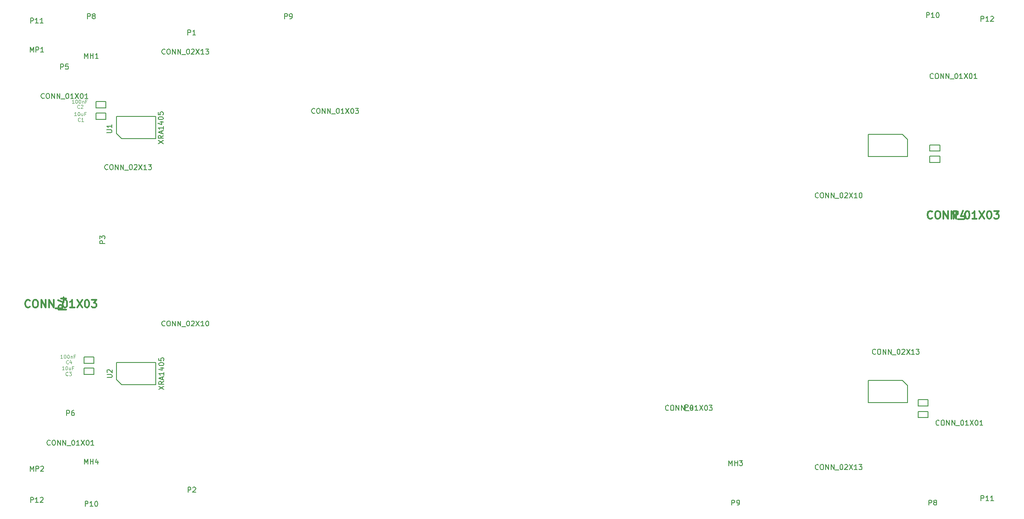
<source format=gbr>
G04 #@! TF.FileFunction,Other,Fab,Top*
%FSLAX46Y46*%
G04 Gerber Fmt 4.6, Leading zero omitted, Abs format (unit mm)*
G04 Created by KiCad (PCBNEW 4.0.5+dfsg1-4) date Tue Feb 27 09:26:50 2018*
%MOMM*%
%LPD*%
G01*
G04 APERTURE LIST*
%ADD10C,0.150000*%
%ADD11C,0.100000*%
%ADD12C,0.300000*%
G04 APERTURE END LIST*
D10*
X530900Y-95995600D02*
X530900Y-97245600D01*
X-1469100Y-95995600D02*
X530900Y-95995600D01*
X-1469100Y-97245600D02*
X-1469100Y-95995600D01*
X530900Y-97245600D02*
X-1469100Y-97245600D01*
X530900Y-98205400D02*
X530900Y-99455400D01*
X-1469100Y-98205400D02*
X530900Y-98205400D01*
X-1469100Y-99455400D02*
X-1469100Y-98205400D01*
X530900Y-99455400D02*
X-1469100Y-99455400D01*
X2893100Y-45297200D02*
X2893100Y-46547200D01*
X893100Y-45297200D02*
X2893100Y-45297200D01*
X893100Y-46547200D02*
X893100Y-45297200D01*
X2893100Y-46547200D02*
X893100Y-46547200D01*
X2893100Y-47595900D02*
X2893100Y-48845900D01*
X893100Y-47595900D02*
X2893100Y-47595900D01*
X893100Y-48845900D02*
X893100Y-47595900D01*
X2893100Y-48845900D02*
X893100Y-48845900D01*
X4965400Y-51668800D02*
X4965400Y-48268800D01*
X4965400Y-48268800D02*
X12765400Y-48268800D01*
X12765400Y-48268800D02*
X12765400Y-52668800D01*
X12765400Y-52668800D02*
X5965400Y-52668800D01*
X5965400Y-52668800D02*
X4965400Y-51668800D01*
X4965400Y-100500300D02*
X4965400Y-97100300D01*
X4965400Y-97100300D02*
X12765400Y-97100300D01*
X12765400Y-97100300D02*
X12765400Y-101500300D01*
X12765400Y-101500300D02*
X5965400Y-101500300D01*
X5965400Y-101500300D02*
X4965400Y-100500300D01*
X161965000Y-52837500D02*
X161965000Y-56237500D01*
X161965000Y-56237500D02*
X154165000Y-56237500D01*
X154165000Y-56237500D02*
X154165000Y-51837500D01*
X154165000Y-51837500D02*
X160965000Y-51837500D01*
X160965000Y-51837500D02*
X161965000Y-52837500D01*
X161965000Y-101669000D02*
X161965000Y-105069000D01*
X161965000Y-105069000D02*
X154165000Y-105069000D01*
X154165000Y-105069000D02*
X154165000Y-100669000D01*
X154165000Y-100669000D02*
X160965000Y-100669000D01*
X160965000Y-100669000D02*
X161965000Y-101669000D01*
X164037300Y-105741900D02*
X164037300Y-104491900D01*
X166037300Y-105741900D02*
X164037300Y-105741900D01*
X166037300Y-104491900D02*
X166037300Y-105741900D01*
X164037300Y-104491900D02*
X166037300Y-104491900D01*
X164037300Y-108040600D02*
X164037300Y-106790600D01*
X166037300Y-108040600D02*
X164037300Y-108040600D01*
X166037300Y-106790600D02*
X166037300Y-108040600D01*
X164037300Y-106790600D02*
X166037300Y-106790600D01*
X166399500Y-55132400D02*
X166399500Y-53882400D01*
X168399500Y-55132400D02*
X166399500Y-55132400D01*
X168399500Y-53882400D02*
X168399500Y-55132400D01*
X166399500Y-53882400D02*
X168399500Y-53882400D01*
X166399500Y-57342200D02*
X166399500Y-56092200D01*
X168399500Y-57342200D02*
X166399500Y-57342200D01*
X168399500Y-56092200D02*
X168399500Y-57342200D01*
X166399500Y-56092200D02*
X168399500Y-56092200D01*
D11*
X-4573566Y-97277000D02*
X-4606900Y-97310333D01*
X-4706900Y-97343667D01*
X-4773566Y-97343667D01*
X-4873566Y-97310333D01*
X-4940233Y-97243667D01*
X-4973566Y-97177000D01*
X-5006900Y-97043667D01*
X-5006900Y-96943667D01*
X-4973566Y-96810333D01*
X-4940233Y-96743667D01*
X-4873566Y-96677000D01*
X-4773566Y-96643667D01*
X-4706900Y-96643667D01*
X-4606900Y-96677000D01*
X-4573566Y-96710333D01*
X-3973566Y-96877000D02*
X-3973566Y-97343667D01*
X-4140233Y-96610333D02*
X-4306900Y-97110333D01*
X-3873566Y-97110333D01*
X-5730734Y-96264167D02*
X-6130734Y-96264167D01*
X-5930734Y-96264167D02*
X-5930734Y-95564167D01*
X-5997400Y-95664167D01*
X-6064067Y-95730833D01*
X-6130734Y-95764167D01*
X-5297400Y-95564167D02*
X-5230733Y-95564167D01*
X-5164067Y-95597500D01*
X-5130733Y-95630833D01*
X-5097400Y-95697500D01*
X-5064067Y-95830833D01*
X-5064067Y-95997500D01*
X-5097400Y-96130833D01*
X-5130733Y-96197500D01*
X-5164067Y-96230833D01*
X-5230733Y-96264167D01*
X-5297400Y-96264167D01*
X-5364067Y-96230833D01*
X-5397400Y-96197500D01*
X-5430733Y-96130833D01*
X-5464067Y-95997500D01*
X-5464067Y-95830833D01*
X-5430733Y-95697500D01*
X-5397400Y-95630833D01*
X-5364067Y-95597500D01*
X-5297400Y-95564167D01*
X-4630733Y-95564167D02*
X-4564066Y-95564167D01*
X-4497400Y-95597500D01*
X-4464066Y-95630833D01*
X-4430733Y-95697500D01*
X-4397400Y-95830833D01*
X-4397400Y-95997500D01*
X-4430733Y-96130833D01*
X-4464066Y-96197500D01*
X-4497400Y-96230833D01*
X-4564066Y-96264167D01*
X-4630733Y-96264167D01*
X-4697400Y-96230833D01*
X-4730733Y-96197500D01*
X-4764066Y-96130833D01*
X-4797400Y-95997500D01*
X-4797400Y-95830833D01*
X-4764066Y-95697500D01*
X-4730733Y-95630833D01*
X-4697400Y-95597500D01*
X-4630733Y-95564167D01*
X-4097399Y-95797500D02*
X-4097399Y-96264167D01*
X-4097399Y-95864167D02*
X-4064066Y-95830833D01*
X-3997399Y-95797500D01*
X-3897399Y-95797500D01*
X-3830733Y-95830833D01*
X-3797399Y-95897500D01*
X-3797399Y-96264167D01*
X-3230733Y-95897500D02*
X-3464066Y-95897500D01*
X-3464066Y-96264167D02*
X-3464066Y-95564167D01*
X-3130733Y-95564167D01*
X-4662466Y-99613800D02*
X-4695800Y-99647133D01*
X-4795800Y-99680467D01*
X-4862466Y-99680467D01*
X-4962466Y-99647133D01*
X-5029133Y-99580467D01*
X-5062466Y-99513800D01*
X-5095800Y-99380467D01*
X-5095800Y-99280467D01*
X-5062466Y-99147133D01*
X-5029133Y-99080467D01*
X-4962466Y-99013800D01*
X-4862466Y-98980467D01*
X-4795800Y-98980467D01*
X-4695800Y-99013800D01*
X-4662466Y-99047133D01*
X-4429133Y-98980467D02*
X-3995800Y-98980467D01*
X-4229133Y-99247133D01*
X-4129133Y-99247133D01*
X-4062466Y-99280467D01*
X-4029133Y-99313800D01*
X-3995800Y-99380467D01*
X-3995800Y-99547133D01*
X-4029133Y-99613800D01*
X-4062466Y-99647133D01*
X-4129133Y-99680467D01*
X-4329133Y-99680467D01*
X-4395800Y-99647133D01*
X-4429133Y-99613800D01*
X-5397400Y-98562867D02*
X-5797400Y-98562867D01*
X-5597400Y-98562867D02*
X-5597400Y-97862867D01*
X-5664066Y-97962867D01*
X-5730733Y-98029533D01*
X-5797400Y-98062867D01*
X-4964066Y-97862867D02*
X-4897399Y-97862867D01*
X-4830733Y-97896200D01*
X-4797399Y-97929533D01*
X-4764066Y-97996200D01*
X-4730733Y-98129533D01*
X-4730733Y-98296200D01*
X-4764066Y-98429533D01*
X-4797399Y-98496200D01*
X-4830733Y-98529533D01*
X-4897399Y-98562867D01*
X-4964066Y-98562867D01*
X-5030733Y-98529533D01*
X-5064066Y-98496200D01*
X-5097399Y-98429533D01*
X-5130733Y-98296200D01*
X-5130733Y-98129533D01*
X-5097399Y-97996200D01*
X-5064066Y-97929533D01*
X-5030733Y-97896200D01*
X-4964066Y-97862867D01*
X-4130732Y-98096200D02*
X-4130732Y-98562867D01*
X-4430732Y-98096200D02*
X-4430732Y-98462867D01*
X-4397399Y-98529533D01*
X-4330732Y-98562867D01*
X-4230732Y-98562867D01*
X-4164066Y-98529533D01*
X-4130732Y-98496200D01*
X-3564066Y-98196200D02*
X-3797399Y-98196200D01*
X-3797399Y-98562867D02*
X-3797399Y-97862867D01*
X-3464066Y-97862867D01*
X-2338366Y-46578600D02*
X-2371700Y-46611933D01*
X-2471700Y-46645267D01*
X-2538366Y-46645267D01*
X-2638366Y-46611933D01*
X-2705033Y-46545267D01*
X-2738366Y-46478600D01*
X-2771700Y-46345267D01*
X-2771700Y-46245267D01*
X-2738366Y-46111933D01*
X-2705033Y-46045267D01*
X-2638366Y-45978600D01*
X-2538366Y-45945267D01*
X-2471700Y-45945267D01*
X-2371700Y-45978600D01*
X-2338366Y-46011933D01*
X-2071700Y-46011933D02*
X-2038366Y-45978600D01*
X-1971700Y-45945267D01*
X-1805033Y-45945267D01*
X-1738366Y-45978600D01*
X-1705033Y-46011933D01*
X-1671700Y-46078600D01*
X-1671700Y-46145267D01*
X-1705033Y-46245267D01*
X-2105033Y-46645267D01*
X-1671700Y-46645267D01*
X-3419334Y-45629267D02*
X-3819334Y-45629267D01*
X-3619334Y-45629267D02*
X-3619334Y-44929267D01*
X-3686000Y-45029267D01*
X-3752667Y-45095933D01*
X-3819334Y-45129267D01*
X-2986000Y-44929267D02*
X-2919333Y-44929267D01*
X-2852667Y-44962600D01*
X-2819333Y-44995933D01*
X-2786000Y-45062600D01*
X-2752667Y-45195933D01*
X-2752667Y-45362600D01*
X-2786000Y-45495933D01*
X-2819333Y-45562600D01*
X-2852667Y-45595933D01*
X-2919333Y-45629267D01*
X-2986000Y-45629267D01*
X-3052667Y-45595933D01*
X-3086000Y-45562600D01*
X-3119333Y-45495933D01*
X-3152667Y-45362600D01*
X-3152667Y-45195933D01*
X-3119333Y-45062600D01*
X-3086000Y-44995933D01*
X-3052667Y-44962600D01*
X-2986000Y-44929267D01*
X-2319333Y-44929267D02*
X-2252666Y-44929267D01*
X-2186000Y-44962600D01*
X-2152666Y-44995933D01*
X-2119333Y-45062600D01*
X-2086000Y-45195933D01*
X-2086000Y-45362600D01*
X-2119333Y-45495933D01*
X-2152666Y-45562600D01*
X-2186000Y-45595933D01*
X-2252666Y-45629267D01*
X-2319333Y-45629267D01*
X-2386000Y-45595933D01*
X-2419333Y-45562600D01*
X-2452666Y-45495933D01*
X-2486000Y-45362600D01*
X-2486000Y-45195933D01*
X-2452666Y-45062600D01*
X-2419333Y-44995933D01*
X-2386000Y-44962600D01*
X-2319333Y-44929267D01*
X-1785999Y-45162600D02*
X-1785999Y-45629267D01*
X-1785999Y-45229267D02*
X-1752666Y-45195933D01*
X-1685999Y-45162600D01*
X-1585999Y-45162600D01*
X-1519333Y-45195933D01*
X-1485999Y-45262600D01*
X-1485999Y-45629267D01*
X-919333Y-45262600D02*
X-1152666Y-45262600D01*
X-1152666Y-45629267D02*
X-1152666Y-44929267D01*
X-819333Y-44929267D01*
X-2224066Y-49156700D02*
X-2257400Y-49190033D01*
X-2357400Y-49223367D01*
X-2424066Y-49223367D01*
X-2524066Y-49190033D01*
X-2590733Y-49123367D01*
X-2624066Y-49056700D01*
X-2657400Y-48923367D01*
X-2657400Y-48823367D01*
X-2624066Y-48690033D01*
X-2590733Y-48623367D01*
X-2524066Y-48556700D01*
X-2424066Y-48523367D01*
X-2357400Y-48523367D01*
X-2257400Y-48556700D01*
X-2224066Y-48590033D01*
X-1557400Y-49223367D02*
X-1957400Y-49223367D01*
X-1757400Y-49223367D02*
X-1757400Y-48523367D01*
X-1824066Y-48623367D01*
X-1890733Y-48690033D01*
X-1957400Y-48723367D01*
X-2971700Y-48093067D02*
X-3371700Y-48093067D01*
X-3171700Y-48093067D02*
X-3171700Y-47393067D01*
X-3238366Y-47493067D01*
X-3305033Y-47559733D01*
X-3371700Y-47593067D01*
X-2538366Y-47393067D02*
X-2471699Y-47393067D01*
X-2405033Y-47426400D01*
X-2371699Y-47459733D01*
X-2338366Y-47526400D01*
X-2305033Y-47659733D01*
X-2305033Y-47826400D01*
X-2338366Y-47959733D01*
X-2371699Y-48026400D01*
X-2405033Y-48059733D01*
X-2471699Y-48093067D01*
X-2538366Y-48093067D01*
X-2605033Y-48059733D01*
X-2638366Y-48026400D01*
X-2671699Y-47959733D01*
X-2705033Y-47826400D01*
X-2705033Y-47659733D01*
X-2671699Y-47526400D01*
X-2638366Y-47459733D01*
X-2605033Y-47426400D01*
X-2538366Y-47393067D01*
X-1705032Y-47626400D02*
X-1705032Y-48093067D01*
X-2005032Y-47626400D02*
X-2005032Y-47993067D01*
X-1971699Y-48059733D01*
X-1905032Y-48093067D01*
X-1805032Y-48093067D01*
X-1738366Y-48059733D01*
X-1705032Y-48026400D01*
X-1138366Y-47726400D02*
X-1371699Y-47726400D01*
X-1371699Y-48093067D02*
X-1371699Y-47393067D01*
X-1038366Y-47393067D01*
D10*
X19163605Y-32061681D02*
X19163605Y-31061681D01*
X19544558Y-31061681D01*
X19639796Y-31109300D01*
X19687415Y-31156919D01*
X19735034Y-31252157D01*
X19735034Y-31395014D01*
X19687415Y-31490252D01*
X19639796Y-31537871D01*
X19544558Y-31585490D01*
X19163605Y-31585490D01*
X20687415Y-32061681D02*
X20115986Y-32061681D01*
X20401700Y-32061681D02*
X20401700Y-31061681D01*
X20306462Y-31204538D01*
X20211224Y-31299776D01*
X20115986Y-31347395D01*
X14620591Y-35787943D02*
X14572972Y-35835562D01*
X14430115Y-35883181D01*
X14334877Y-35883181D01*
X14192019Y-35835562D01*
X14096781Y-35740324D01*
X14049162Y-35645086D01*
X14001543Y-35454610D01*
X14001543Y-35311752D01*
X14049162Y-35121276D01*
X14096781Y-35026038D01*
X14192019Y-34930800D01*
X14334877Y-34883181D01*
X14430115Y-34883181D01*
X14572972Y-34930800D01*
X14620591Y-34978419D01*
X15239638Y-34883181D02*
X15430115Y-34883181D01*
X15525353Y-34930800D01*
X15620591Y-35026038D01*
X15668210Y-35216514D01*
X15668210Y-35549848D01*
X15620591Y-35740324D01*
X15525353Y-35835562D01*
X15430115Y-35883181D01*
X15239638Y-35883181D01*
X15144400Y-35835562D01*
X15049162Y-35740324D01*
X15001543Y-35549848D01*
X15001543Y-35216514D01*
X15049162Y-35026038D01*
X15144400Y-34930800D01*
X15239638Y-34883181D01*
X16096781Y-35883181D02*
X16096781Y-34883181D01*
X16668210Y-35883181D01*
X16668210Y-34883181D01*
X17144400Y-35883181D02*
X17144400Y-34883181D01*
X17715829Y-35883181D01*
X17715829Y-34883181D01*
X17953924Y-35978419D02*
X18715829Y-35978419D01*
X19144400Y-34883181D02*
X19239639Y-34883181D01*
X19334877Y-34930800D01*
X19382496Y-34978419D01*
X19430115Y-35073657D01*
X19477734Y-35264133D01*
X19477734Y-35502229D01*
X19430115Y-35692705D01*
X19382496Y-35787943D01*
X19334877Y-35835562D01*
X19239639Y-35883181D01*
X19144400Y-35883181D01*
X19049162Y-35835562D01*
X19001543Y-35787943D01*
X18953924Y-35692705D01*
X18906305Y-35502229D01*
X18906305Y-35264133D01*
X18953924Y-35073657D01*
X19001543Y-34978419D01*
X19049162Y-34930800D01*
X19144400Y-34883181D01*
X19858686Y-34978419D02*
X19906305Y-34930800D01*
X20001543Y-34883181D01*
X20239639Y-34883181D01*
X20334877Y-34930800D01*
X20382496Y-34978419D01*
X20430115Y-35073657D01*
X20430115Y-35168895D01*
X20382496Y-35311752D01*
X19811067Y-35883181D01*
X20430115Y-35883181D01*
X20763448Y-34883181D02*
X21430115Y-35883181D01*
X21430115Y-34883181D02*
X20763448Y-35883181D01*
X22334877Y-35883181D02*
X21763448Y-35883181D01*
X22049162Y-35883181D02*
X22049162Y-34883181D01*
X21953924Y-35026038D01*
X21858686Y-35121276D01*
X21763448Y-35168895D01*
X22668210Y-34883181D02*
X23287258Y-34883181D01*
X22953924Y-35264133D01*
X23096782Y-35264133D01*
X23192020Y-35311752D01*
X23239639Y-35359371D01*
X23287258Y-35454610D01*
X23287258Y-35692705D01*
X23239639Y-35787943D01*
X23192020Y-35835562D01*
X23096782Y-35883181D01*
X22811067Y-35883181D01*
X22715829Y-35835562D01*
X22668210Y-35787943D01*
X2701081Y-73444595D02*
X1701081Y-73444595D01*
X1701081Y-73063642D01*
X1748700Y-72968404D01*
X1796319Y-72920785D01*
X1891557Y-72873166D01*
X2034414Y-72873166D01*
X2129652Y-72920785D01*
X2177271Y-72968404D01*
X2224890Y-73063642D01*
X2224890Y-73444595D01*
X1701081Y-72539833D02*
X1701081Y-71920785D01*
X2082033Y-72254119D01*
X2082033Y-72111261D01*
X2129652Y-72016023D01*
X2177271Y-71968404D01*
X2272510Y-71920785D01*
X2510605Y-71920785D01*
X2605843Y-71968404D01*
X2653462Y-72016023D01*
X2701081Y-72111261D01*
X2701081Y-72396976D01*
X2653462Y-72492214D01*
X2605843Y-72539833D01*
X3267591Y-58697743D02*
X3219972Y-58745362D01*
X3077115Y-58792981D01*
X2981877Y-58792981D01*
X2839019Y-58745362D01*
X2743781Y-58650124D01*
X2696162Y-58554886D01*
X2648543Y-58364410D01*
X2648543Y-58221552D01*
X2696162Y-58031076D01*
X2743781Y-57935838D01*
X2839019Y-57840600D01*
X2981877Y-57792981D01*
X3077115Y-57792981D01*
X3219972Y-57840600D01*
X3267591Y-57888219D01*
X3886638Y-57792981D02*
X4077115Y-57792981D01*
X4172353Y-57840600D01*
X4267591Y-57935838D01*
X4315210Y-58126314D01*
X4315210Y-58459648D01*
X4267591Y-58650124D01*
X4172353Y-58745362D01*
X4077115Y-58792981D01*
X3886638Y-58792981D01*
X3791400Y-58745362D01*
X3696162Y-58650124D01*
X3648543Y-58459648D01*
X3648543Y-58126314D01*
X3696162Y-57935838D01*
X3791400Y-57840600D01*
X3886638Y-57792981D01*
X4743781Y-58792981D02*
X4743781Y-57792981D01*
X5315210Y-58792981D01*
X5315210Y-57792981D01*
X5791400Y-58792981D02*
X5791400Y-57792981D01*
X6362829Y-58792981D01*
X6362829Y-57792981D01*
X6600924Y-58888219D02*
X7362829Y-58888219D01*
X7791400Y-57792981D02*
X7886639Y-57792981D01*
X7981877Y-57840600D01*
X8029496Y-57888219D01*
X8077115Y-57983457D01*
X8124734Y-58173933D01*
X8124734Y-58412029D01*
X8077115Y-58602505D01*
X8029496Y-58697743D01*
X7981877Y-58745362D01*
X7886639Y-58792981D01*
X7791400Y-58792981D01*
X7696162Y-58745362D01*
X7648543Y-58697743D01*
X7600924Y-58602505D01*
X7553305Y-58412029D01*
X7553305Y-58173933D01*
X7600924Y-57983457D01*
X7648543Y-57888219D01*
X7696162Y-57840600D01*
X7791400Y-57792981D01*
X8505686Y-57888219D02*
X8553305Y-57840600D01*
X8648543Y-57792981D01*
X8886639Y-57792981D01*
X8981877Y-57840600D01*
X9029496Y-57888219D01*
X9077115Y-57983457D01*
X9077115Y-58078695D01*
X9029496Y-58221552D01*
X8458067Y-58792981D01*
X9077115Y-58792981D01*
X9410448Y-57792981D02*
X10077115Y-58792981D01*
X10077115Y-57792981D02*
X9410448Y-58792981D01*
X10981877Y-58792981D02*
X10410448Y-58792981D01*
X10696162Y-58792981D02*
X10696162Y-57792981D01*
X10600924Y-57935838D01*
X10505686Y-58031076D01*
X10410448Y-58078695D01*
X11315210Y-57792981D02*
X11934258Y-57792981D01*
X11600924Y-58173933D01*
X11743782Y-58173933D01*
X11839020Y-58221552D01*
X11886639Y-58269171D01*
X11934258Y-58364410D01*
X11934258Y-58602505D01*
X11886639Y-58697743D01*
X11839020Y-58745362D01*
X11743782Y-58792981D01*
X11458067Y-58792981D01*
X11362829Y-58745362D01*
X11315210Y-58697743D01*
X19176305Y-122853981D02*
X19176305Y-121853981D01*
X19557258Y-121853981D01*
X19652496Y-121901600D01*
X19700115Y-121949219D01*
X19747734Y-122044457D01*
X19747734Y-122187314D01*
X19700115Y-122282552D01*
X19652496Y-122330171D01*
X19557258Y-122377790D01*
X19176305Y-122377790D01*
X20128686Y-121949219D02*
X20176305Y-121901600D01*
X20271543Y-121853981D01*
X20509639Y-121853981D01*
X20604877Y-121901600D01*
X20652496Y-121949219D01*
X20700115Y-122044457D01*
X20700115Y-122139695D01*
X20652496Y-122282552D01*
X20081067Y-122853981D01*
X20700115Y-122853981D01*
X14620591Y-89753943D02*
X14572972Y-89801562D01*
X14430115Y-89849181D01*
X14334877Y-89849181D01*
X14192019Y-89801562D01*
X14096781Y-89706324D01*
X14049162Y-89611086D01*
X14001543Y-89420610D01*
X14001543Y-89277752D01*
X14049162Y-89087276D01*
X14096781Y-88992038D01*
X14192019Y-88896800D01*
X14334877Y-88849181D01*
X14430115Y-88849181D01*
X14572972Y-88896800D01*
X14620591Y-88944419D01*
X15239638Y-88849181D02*
X15430115Y-88849181D01*
X15525353Y-88896800D01*
X15620591Y-88992038D01*
X15668210Y-89182514D01*
X15668210Y-89515848D01*
X15620591Y-89706324D01*
X15525353Y-89801562D01*
X15430115Y-89849181D01*
X15239638Y-89849181D01*
X15144400Y-89801562D01*
X15049162Y-89706324D01*
X15001543Y-89515848D01*
X15001543Y-89182514D01*
X15049162Y-88992038D01*
X15144400Y-88896800D01*
X15239638Y-88849181D01*
X16096781Y-89849181D02*
X16096781Y-88849181D01*
X16668210Y-89849181D01*
X16668210Y-88849181D01*
X17144400Y-89849181D02*
X17144400Y-88849181D01*
X17715829Y-89849181D01*
X17715829Y-88849181D01*
X17953924Y-89944419D02*
X18715829Y-89944419D01*
X19144400Y-88849181D02*
X19239639Y-88849181D01*
X19334877Y-88896800D01*
X19382496Y-88944419D01*
X19430115Y-89039657D01*
X19477734Y-89230133D01*
X19477734Y-89468229D01*
X19430115Y-89658705D01*
X19382496Y-89753943D01*
X19334877Y-89801562D01*
X19239639Y-89849181D01*
X19144400Y-89849181D01*
X19049162Y-89801562D01*
X19001543Y-89753943D01*
X18953924Y-89658705D01*
X18906305Y-89468229D01*
X18906305Y-89230133D01*
X18953924Y-89039657D01*
X19001543Y-88944419D01*
X19049162Y-88896800D01*
X19144400Y-88849181D01*
X19858686Y-88944419D02*
X19906305Y-88896800D01*
X20001543Y-88849181D01*
X20239639Y-88849181D01*
X20334877Y-88896800D01*
X20382496Y-88944419D01*
X20430115Y-89039657D01*
X20430115Y-89134895D01*
X20382496Y-89277752D01*
X19811067Y-89849181D01*
X20430115Y-89849181D01*
X20763448Y-88849181D02*
X21430115Y-89849181D01*
X21430115Y-88849181D02*
X20763448Y-89849181D01*
X22334877Y-89849181D02*
X21763448Y-89849181D01*
X22049162Y-89849181D02*
X22049162Y-88849181D01*
X21953924Y-88992038D01*
X21858686Y-89087276D01*
X21763448Y-89134895D01*
X22953924Y-88849181D02*
X23049163Y-88849181D01*
X23144401Y-88896800D01*
X23192020Y-88944419D01*
X23239639Y-89039657D01*
X23287258Y-89230133D01*
X23287258Y-89468229D01*
X23239639Y-89658705D01*
X23192020Y-89753943D01*
X23144401Y-89801562D01*
X23049163Y-89849181D01*
X22953924Y-89849181D01*
X22858686Y-89801562D01*
X22811067Y-89753943D01*
X22763448Y-89658705D01*
X22715829Y-89468229D01*
X22715829Y-89230133D01*
X22763448Y-89039657D01*
X22811067Y-88944419D01*
X22858686Y-88896800D01*
X22953924Y-88849181D01*
X3072681Y-51459305D02*
X3882205Y-51459305D01*
X3977443Y-51411686D01*
X4025062Y-51364067D01*
X4072681Y-51268829D01*
X4072681Y-51078352D01*
X4025062Y-50983114D01*
X3977443Y-50935495D01*
X3882205Y-50887876D01*
X3072681Y-50887876D01*
X4072681Y-49887876D02*
X4072681Y-50459305D01*
X4072681Y-50173591D02*
X3072681Y-50173591D01*
X3215538Y-50268829D01*
X3310776Y-50364067D01*
X3358395Y-50459305D01*
X13267781Y-53635467D02*
X14267781Y-52968800D01*
X13267781Y-52968800D02*
X14267781Y-53635467D01*
X14267781Y-52016419D02*
X13791590Y-52349753D01*
X14267781Y-52587848D02*
X13267781Y-52587848D01*
X13267781Y-52206895D01*
X13315400Y-52111657D01*
X13363019Y-52064038D01*
X13458257Y-52016419D01*
X13601114Y-52016419D01*
X13696352Y-52064038D01*
X13743971Y-52111657D01*
X13791590Y-52206895D01*
X13791590Y-52587848D01*
X13982067Y-51635467D02*
X13982067Y-51159276D01*
X14267781Y-51730705D02*
X13267781Y-51397372D01*
X14267781Y-51064038D01*
X14267781Y-50206895D02*
X14267781Y-50778324D01*
X14267781Y-50492610D02*
X13267781Y-50492610D01*
X13410638Y-50587848D01*
X13505876Y-50683086D01*
X13553495Y-50778324D01*
X13601114Y-49349752D02*
X14267781Y-49349752D01*
X13220162Y-49587848D02*
X13934448Y-49825943D01*
X13934448Y-49206895D01*
X13267781Y-48635467D02*
X13267781Y-48540228D01*
X13315400Y-48444990D01*
X13363019Y-48397371D01*
X13458257Y-48349752D01*
X13648733Y-48302133D01*
X13886829Y-48302133D01*
X14077305Y-48349752D01*
X14172543Y-48397371D01*
X14220162Y-48444990D01*
X14267781Y-48540228D01*
X14267781Y-48635467D01*
X14220162Y-48730705D01*
X14172543Y-48778324D01*
X14077305Y-48825943D01*
X13886829Y-48873562D01*
X13648733Y-48873562D01*
X13458257Y-48825943D01*
X13363019Y-48778324D01*
X13315400Y-48730705D01*
X13267781Y-48635467D01*
X13267781Y-47397371D02*
X13267781Y-47873562D01*
X13743971Y-47921181D01*
X13696352Y-47873562D01*
X13648733Y-47778324D01*
X13648733Y-47540228D01*
X13696352Y-47444990D01*
X13743971Y-47397371D01*
X13839210Y-47349752D01*
X14077305Y-47349752D01*
X14172543Y-47397371D01*
X14220162Y-47444990D01*
X14267781Y-47540228D01*
X14267781Y-47778324D01*
X14220162Y-47873562D01*
X14172543Y-47921181D01*
X-12046586Y-124873281D02*
X-12046586Y-123873281D01*
X-11665633Y-123873281D01*
X-11570395Y-123920900D01*
X-11522776Y-123968519D01*
X-11475157Y-124063757D01*
X-11475157Y-124206614D01*
X-11522776Y-124301852D01*
X-11570395Y-124349471D01*
X-11665633Y-124397090D01*
X-12046586Y-124397090D01*
X-10522776Y-124873281D02*
X-11094205Y-124873281D01*
X-10808491Y-124873281D02*
X-10808491Y-123873281D01*
X-10903729Y-124016138D01*
X-10998967Y-124111376D01*
X-11094205Y-124158995D01*
X-10141824Y-123968519D02*
X-10094205Y-123920900D01*
X-9998967Y-123873281D01*
X-9760871Y-123873281D01*
X-9665633Y-123920900D01*
X-9618014Y-123968519D01*
X-9570395Y-124063757D01*
X-9570395Y-124158995D01*
X-9618014Y-124301852D01*
X-10189443Y-124873281D01*
X-9570395Y-124873281D01*
X-12141824Y-118662981D02*
X-12141824Y-117662981D01*
X-11808490Y-118377267D01*
X-11475157Y-117662981D01*
X-11475157Y-118662981D01*
X-10998967Y-118662981D02*
X-10998967Y-117662981D01*
X-10618014Y-117662981D01*
X-10522776Y-117710600D01*
X-10475157Y-117758219D01*
X-10427538Y-117853457D01*
X-10427538Y-117996314D01*
X-10475157Y-118091552D01*
X-10522776Y-118139171D01*
X-10618014Y-118186790D01*
X-10998967Y-118186790D01*
X-10046586Y-117758219D02*
X-9998967Y-117710600D01*
X-9903729Y-117662981D01*
X-9665633Y-117662981D01*
X-9570395Y-117710600D01*
X-9522776Y-117758219D01*
X-9475157Y-117853457D01*
X-9475157Y-117948695D01*
X-9522776Y-118091552D01*
X-10094205Y-118662981D01*
X-9475157Y-118662981D01*
X-12046586Y-29712181D02*
X-12046586Y-28712181D01*
X-11665633Y-28712181D01*
X-11570395Y-28759800D01*
X-11522776Y-28807419D01*
X-11475157Y-28902657D01*
X-11475157Y-29045514D01*
X-11522776Y-29140752D01*
X-11570395Y-29188371D01*
X-11665633Y-29235990D01*
X-12046586Y-29235990D01*
X-10522776Y-29712181D02*
X-11094205Y-29712181D01*
X-10808491Y-29712181D02*
X-10808491Y-28712181D01*
X-10903729Y-28855038D01*
X-10998967Y-28950276D01*
X-11094205Y-28997895D01*
X-9570395Y-29712181D02*
X-10141824Y-29712181D01*
X-9856110Y-29712181D02*
X-9856110Y-28712181D01*
X-9951348Y-28855038D01*
X-10046586Y-28950276D01*
X-10141824Y-28997895D01*
X-12141824Y-35477981D02*
X-12141824Y-34477981D01*
X-11808490Y-35192267D01*
X-11475157Y-34477981D01*
X-11475157Y-35477981D01*
X-10998967Y-35477981D02*
X-10998967Y-34477981D01*
X-10618014Y-34477981D01*
X-10522776Y-34525600D01*
X-10475157Y-34573219D01*
X-10427538Y-34668457D01*
X-10427538Y-34811314D01*
X-10475157Y-34906552D01*
X-10522776Y-34954171D01*
X-10618014Y-35001790D01*
X-10998967Y-35001790D01*
X-9475157Y-35477981D02*
X-10046586Y-35477981D01*
X-9760872Y-35477981D02*
X-9760872Y-34477981D01*
X-9856110Y-34620838D01*
X-9951348Y-34716076D01*
X-10046586Y-34763695D01*
X-1226186Y-125635281D02*
X-1226186Y-124635281D01*
X-845233Y-124635281D01*
X-749995Y-124682900D01*
X-702376Y-124730519D01*
X-654757Y-124825757D01*
X-654757Y-124968614D01*
X-702376Y-125063852D01*
X-749995Y-125111471D01*
X-845233Y-125159090D01*
X-1226186Y-125159090D01*
X297624Y-125635281D02*
X-273805Y-125635281D01*
X11909Y-125635281D02*
X11909Y-124635281D01*
X-83329Y-124778138D01*
X-178567Y-124873376D01*
X-273805Y-124920995D01*
X916671Y-124635281D02*
X1011910Y-124635281D01*
X1107148Y-124682900D01*
X1154767Y-124730519D01*
X1202386Y-124825757D01*
X1250005Y-125016233D01*
X1250005Y-125254329D01*
X1202386Y-125444805D01*
X1154767Y-125540043D01*
X1107148Y-125587662D01*
X1011910Y-125635281D01*
X916671Y-125635281D01*
X821433Y-125587662D01*
X773814Y-125540043D01*
X726195Y-125444805D01*
X678576Y-125254329D01*
X678576Y-125016233D01*
X726195Y-124825757D01*
X773814Y-124730519D01*
X821433Y-124682900D01*
X916671Y-124635281D01*
X-1345233Y-117240581D02*
X-1345233Y-116240581D01*
X-1011899Y-116954867D01*
X-678566Y-116240581D01*
X-678566Y-117240581D01*
X-202376Y-117240581D02*
X-202376Y-116240581D01*
X-202376Y-116716771D02*
X369053Y-116716771D01*
X369053Y-117240581D02*
X369053Y-116240581D01*
X1273815Y-116573914D02*
X1273815Y-117240581D01*
X1035719Y-116192962D02*
X797624Y-116907248D01*
X1416672Y-116907248D01*
X127100905Y-125406681D02*
X127100905Y-124406681D01*
X127481858Y-124406681D01*
X127577096Y-124454300D01*
X127624715Y-124501919D01*
X127672334Y-124597157D01*
X127672334Y-124740014D01*
X127624715Y-124835252D01*
X127577096Y-124882871D01*
X127481858Y-124930490D01*
X127100905Y-124930490D01*
X128148524Y-125406681D02*
X128339000Y-125406681D01*
X128434239Y-125359062D01*
X128481858Y-125311443D01*
X128577096Y-125168586D01*
X128624715Y-124978110D01*
X128624715Y-124597157D01*
X128577096Y-124501919D01*
X128529477Y-124454300D01*
X128434239Y-124406681D01*
X128243762Y-124406681D01*
X128148524Y-124454300D01*
X128100905Y-124501919D01*
X128053286Y-124597157D01*
X128053286Y-124835252D01*
X128100905Y-124930490D01*
X128148524Y-124978110D01*
X128243762Y-125025729D01*
X128434239Y-125025729D01*
X128529477Y-124978110D01*
X128577096Y-124930490D01*
X128624715Y-124835252D01*
X126505667Y-117545381D02*
X126505667Y-116545381D01*
X126839001Y-117259667D01*
X127172334Y-116545381D01*
X127172334Y-117545381D01*
X127648524Y-117545381D02*
X127648524Y-116545381D01*
X127648524Y-117021571D02*
X128219953Y-117021571D01*
X128219953Y-117545381D02*
X128219953Y-116545381D01*
X128600905Y-116545381D02*
X129219953Y-116545381D01*
X128886619Y-116926333D01*
X129029477Y-116926333D01*
X129124715Y-116973952D01*
X129172334Y-117021571D01*
X129219953Y-117116810D01*
X129219953Y-117354905D01*
X129172334Y-117450143D01*
X129124715Y-117497762D01*
X129029477Y-117545381D01*
X128743762Y-117545381D01*
X128648524Y-117497762D01*
X128600905Y-117450143D01*
X-749995Y-28835881D02*
X-749995Y-27835881D01*
X-369042Y-27835881D01*
X-273804Y-27883500D01*
X-226185Y-27931119D01*
X-178566Y-28026357D01*
X-178566Y-28169214D01*
X-226185Y-28264452D01*
X-273804Y-28312071D01*
X-369042Y-28359690D01*
X-749995Y-28359690D01*
X392862Y-28264452D02*
X297624Y-28216833D01*
X250005Y-28169214D01*
X202386Y-28073976D01*
X202386Y-28026357D01*
X250005Y-27931119D01*
X297624Y-27883500D01*
X392862Y-27835881D01*
X583339Y-27835881D01*
X678577Y-27883500D01*
X726196Y-27931119D01*
X773815Y-28026357D01*
X773815Y-28073976D01*
X726196Y-28169214D01*
X678577Y-28216833D01*
X583339Y-28264452D01*
X392862Y-28264452D01*
X297624Y-28312071D01*
X250005Y-28359690D01*
X202386Y-28454929D01*
X202386Y-28645405D01*
X250005Y-28740643D01*
X297624Y-28788262D01*
X392862Y-28835881D01*
X583339Y-28835881D01*
X678577Y-28788262D01*
X726196Y-28740643D01*
X773815Y-28645405D01*
X773815Y-28454929D01*
X726196Y-28359690D01*
X678577Y-28312071D01*
X583339Y-28264452D01*
X-1345233Y-36684481D02*
X-1345233Y-35684481D01*
X-1011899Y-36398767D01*
X-678566Y-35684481D01*
X-678566Y-36684481D01*
X-202376Y-36684481D02*
X-202376Y-35684481D01*
X-202376Y-36160671D02*
X369053Y-36160671D01*
X369053Y-36684481D02*
X369053Y-35684481D01*
X1369053Y-36684481D02*
X797624Y-36684481D01*
X1083338Y-36684481D02*
X1083338Y-35684481D01*
X988100Y-35827338D01*
X892862Y-35922576D01*
X797624Y-35970195D01*
D12*
X-5004451Y-86564377D02*
X-6528451Y-86564377D01*
X-6528451Y-85983805D01*
X-6455880Y-85838663D01*
X-6383309Y-85766091D01*
X-6238166Y-85693520D01*
X-6020451Y-85693520D01*
X-5875309Y-85766091D01*
X-5802737Y-85838663D01*
X-5730166Y-85983805D01*
X-5730166Y-86564377D01*
X-6020451Y-84387234D02*
X-5004451Y-84387234D01*
X-6601023Y-84750091D02*
X-5512451Y-85112948D01*
X-5512451Y-84169520D01*
X-12195586Y-86032586D02*
X-12268157Y-86105157D01*
X-12485871Y-86177729D01*
X-12631014Y-86177729D01*
X-12848729Y-86105157D01*
X-12993871Y-85960014D01*
X-13066443Y-85814871D01*
X-13139014Y-85524586D01*
X-13139014Y-85306871D01*
X-13066443Y-85016586D01*
X-12993871Y-84871443D01*
X-12848729Y-84726300D01*
X-12631014Y-84653729D01*
X-12485871Y-84653729D01*
X-12268157Y-84726300D01*
X-12195586Y-84798871D01*
X-11252157Y-84653729D02*
X-10961871Y-84653729D01*
X-10816729Y-84726300D01*
X-10671586Y-84871443D01*
X-10599014Y-85161729D01*
X-10599014Y-85669729D01*
X-10671586Y-85960014D01*
X-10816729Y-86105157D01*
X-10961871Y-86177729D01*
X-11252157Y-86177729D01*
X-11397300Y-86105157D01*
X-11542443Y-85960014D01*
X-11615014Y-85669729D01*
X-11615014Y-85161729D01*
X-11542443Y-84871443D01*
X-11397300Y-84726300D01*
X-11252157Y-84653729D01*
X-9945872Y-86177729D02*
X-9945872Y-84653729D01*
X-9075015Y-86177729D01*
X-9075015Y-84653729D01*
X-8349301Y-86177729D02*
X-8349301Y-84653729D01*
X-7478444Y-86177729D01*
X-7478444Y-84653729D01*
X-7115587Y-86322871D02*
X-5954444Y-86322871D01*
X-5301301Y-84653729D02*
X-5156158Y-84653729D01*
X-5011015Y-84726300D01*
X-4938444Y-84798871D01*
X-4865873Y-84944014D01*
X-4793301Y-85234300D01*
X-4793301Y-85597157D01*
X-4865873Y-85887443D01*
X-4938444Y-86032586D01*
X-5011015Y-86105157D01*
X-5156158Y-86177729D01*
X-5301301Y-86177729D01*
X-5446444Y-86105157D01*
X-5519015Y-86032586D01*
X-5591587Y-85887443D01*
X-5664158Y-85597157D01*
X-5664158Y-85234300D01*
X-5591587Y-84944014D01*
X-5519015Y-84798871D01*
X-5446444Y-84726300D01*
X-5301301Y-84653729D01*
X-3341872Y-86177729D02*
X-4212729Y-86177729D01*
X-3777301Y-86177729D02*
X-3777301Y-84653729D01*
X-3922444Y-84871443D01*
X-4067586Y-85016586D01*
X-4212729Y-85089157D01*
X-2833872Y-84653729D02*
X-1817872Y-86177729D01*
X-1817872Y-84653729D02*
X-2833872Y-86177729D01*
X-947014Y-84653729D02*
X-801871Y-84653729D01*
X-656728Y-84726300D01*
X-584157Y-84798871D01*
X-511586Y-84944014D01*
X-439014Y-85234300D01*
X-439014Y-85597157D01*
X-511586Y-85887443D01*
X-584157Y-86032586D01*
X-656728Y-86105157D01*
X-801871Y-86177729D01*
X-947014Y-86177729D01*
X-1092157Y-86105157D01*
X-1164728Y-86032586D01*
X-1237300Y-85887443D01*
X-1309871Y-85597157D01*
X-1309871Y-85234300D01*
X-1237300Y-84944014D01*
X-1164728Y-84798871D01*
X-1092157Y-84726300D01*
X-947014Y-84653729D01*
X68986Y-84653729D02*
X1012415Y-84653729D01*
X504415Y-85234300D01*
X722129Y-85234300D01*
X867272Y-85306871D01*
X939843Y-85379443D01*
X1012415Y-85524586D01*
X1012415Y-85887443D01*
X939843Y-86032586D01*
X867272Y-86105157D01*
X722129Y-86177729D01*
X286701Y-86177729D01*
X141558Y-86105157D01*
X68986Y-86032586D01*
D10*
X-6083995Y-38856181D02*
X-6083995Y-37856181D01*
X-5703042Y-37856181D01*
X-5607804Y-37903800D01*
X-5560185Y-37951419D01*
X-5512566Y-38046657D01*
X-5512566Y-38189514D01*
X-5560185Y-38284752D01*
X-5607804Y-38332371D01*
X-5703042Y-38379990D01*
X-6083995Y-38379990D01*
X-4607804Y-37856181D02*
X-5083995Y-37856181D01*
X-5131614Y-38332371D01*
X-5083995Y-38284752D01*
X-4988757Y-38237133D01*
X-4750661Y-38237133D01*
X-4655423Y-38284752D01*
X-4607804Y-38332371D01*
X-4560185Y-38427610D01*
X-4560185Y-38665705D01*
X-4607804Y-38760943D01*
X-4655423Y-38808562D01*
X-4750661Y-38856181D01*
X-4988757Y-38856181D01*
X-5083995Y-38808562D01*
X-5131614Y-38760943D01*
X-9344309Y-44591443D02*
X-9391928Y-44639062D01*
X-9534785Y-44686681D01*
X-9630023Y-44686681D01*
X-9772881Y-44639062D01*
X-9868119Y-44543824D01*
X-9915738Y-44448586D01*
X-9963357Y-44258110D01*
X-9963357Y-44115252D01*
X-9915738Y-43924776D01*
X-9868119Y-43829538D01*
X-9772881Y-43734300D01*
X-9630023Y-43686681D01*
X-9534785Y-43686681D01*
X-9391928Y-43734300D01*
X-9344309Y-43781919D01*
X-8725262Y-43686681D02*
X-8534785Y-43686681D01*
X-8439547Y-43734300D01*
X-8344309Y-43829538D01*
X-8296690Y-44020014D01*
X-8296690Y-44353348D01*
X-8344309Y-44543824D01*
X-8439547Y-44639062D01*
X-8534785Y-44686681D01*
X-8725262Y-44686681D01*
X-8820500Y-44639062D01*
X-8915738Y-44543824D01*
X-8963357Y-44353348D01*
X-8963357Y-44020014D01*
X-8915738Y-43829538D01*
X-8820500Y-43734300D01*
X-8725262Y-43686681D01*
X-7868119Y-44686681D02*
X-7868119Y-43686681D01*
X-7296690Y-44686681D01*
X-7296690Y-43686681D01*
X-6820500Y-44686681D02*
X-6820500Y-43686681D01*
X-6249071Y-44686681D01*
X-6249071Y-43686681D01*
X-6010976Y-44781919D02*
X-5249071Y-44781919D01*
X-4820500Y-43686681D02*
X-4725261Y-43686681D01*
X-4630023Y-43734300D01*
X-4582404Y-43781919D01*
X-4534785Y-43877157D01*
X-4487166Y-44067633D01*
X-4487166Y-44305729D01*
X-4534785Y-44496205D01*
X-4582404Y-44591443D01*
X-4630023Y-44639062D01*
X-4725261Y-44686681D01*
X-4820500Y-44686681D01*
X-4915738Y-44639062D01*
X-4963357Y-44591443D01*
X-5010976Y-44496205D01*
X-5058595Y-44305729D01*
X-5058595Y-44067633D01*
X-5010976Y-43877157D01*
X-4963357Y-43781919D01*
X-4915738Y-43734300D01*
X-4820500Y-43686681D01*
X-3534785Y-44686681D02*
X-4106214Y-44686681D01*
X-3820500Y-44686681D02*
X-3820500Y-43686681D01*
X-3915738Y-43829538D01*
X-4010976Y-43924776D01*
X-4106214Y-43972395D01*
X-3201452Y-43686681D02*
X-2534785Y-44686681D01*
X-2534785Y-43686681D02*
X-3201452Y-44686681D01*
X-1963357Y-43686681D02*
X-1868118Y-43686681D01*
X-1772880Y-43734300D01*
X-1725261Y-43781919D01*
X-1677642Y-43877157D01*
X-1630023Y-44067633D01*
X-1630023Y-44305729D01*
X-1677642Y-44496205D01*
X-1725261Y-44591443D01*
X-1772880Y-44639062D01*
X-1868118Y-44686681D01*
X-1963357Y-44686681D01*
X-2058595Y-44639062D01*
X-2106214Y-44591443D01*
X-2153833Y-44496205D01*
X-2201452Y-44305729D01*
X-2201452Y-44067633D01*
X-2153833Y-43877157D01*
X-2106214Y-43781919D01*
X-2058595Y-43734300D01*
X-1963357Y-43686681D01*
X-677642Y-44686681D02*
X-1249071Y-44686681D01*
X-963357Y-44686681D02*
X-963357Y-43686681D01*
X-1058595Y-43829538D01*
X-1153833Y-43924776D01*
X-1249071Y-43972395D01*
X-4890195Y-107613981D02*
X-4890195Y-106613981D01*
X-4509242Y-106613981D01*
X-4414004Y-106661600D01*
X-4366385Y-106709219D01*
X-4318766Y-106804457D01*
X-4318766Y-106947314D01*
X-4366385Y-107042552D01*
X-4414004Y-107090171D01*
X-4509242Y-107137790D01*
X-4890195Y-107137790D01*
X-3461623Y-106613981D02*
X-3652100Y-106613981D01*
X-3747338Y-106661600D01*
X-3794957Y-106709219D01*
X-3890195Y-106852076D01*
X-3937814Y-107042552D01*
X-3937814Y-107423505D01*
X-3890195Y-107518743D01*
X-3842576Y-107566362D01*
X-3747338Y-107613981D01*
X-3556861Y-107613981D01*
X-3461623Y-107566362D01*
X-3414004Y-107518743D01*
X-3366385Y-107423505D01*
X-3366385Y-107185410D01*
X-3414004Y-107090171D01*
X-3461623Y-107042552D01*
X-3556861Y-106994933D01*
X-3747338Y-106994933D01*
X-3842576Y-107042552D01*
X-3890195Y-107090171D01*
X-3937814Y-107185410D01*
X-8175909Y-113425443D02*
X-8223528Y-113473062D01*
X-8366385Y-113520681D01*
X-8461623Y-113520681D01*
X-8604481Y-113473062D01*
X-8699719Y-113377824D01*
X-8747338Y-113282586D01*
X-8794957Y-113092110D01*
X-8794957Y-112949252D01*
X-8747338Y-112758776D01*
X-8699719Y-112663538D01*
X-8604481Y-112568300D01*
X-8461623Y-112520681D01*
X-8366385Y-112520681D01*
X-8223528Y-112568300D01*
X-8175909Y-112615919D01*
X-7556862Y-112520681D02*
X-7366385Y-112520681D01*
X-7271147Y-112568300D01*
X-7175909Y-112663538D01*
X-7128290Y-112854014D01*
X-7128290Y-113187348D01*
X-7175909Y-113377824D01*
X-7271147Y-113473062D01*
X-7366385Y-113520681D01*
X-7556862Y-113520681D01*
X-7652100Y-113473062D01*
X-7747338Y-113377824D01*
X-7794957Y-113187348D01*
X-7794957Y-112854014D01*
X-7747338Y-112663538D01*
X-7652100Y-112568300D01*
X-7556862Y-112520681D01*
X-6699719Y-113520681D02*
X-6699719Y-112520681D01*
X-6128290Y-113520681D01*
X-6128290Y-112520681D01*
X-5652100Y-113520681D02*
X-5652100Y-112520681D01*
X-5080671Y-113520681D01*
X-5080671Y-112520681D01*
X-4842576Y-113615919D02*
X-4080671Y-113615919D01*
X-3652100Y-112520681D02*
X-3556861Y-112520681D01*
X-3461623Y-112568300D01*
X-3414004Y-112615919D01*
X-3366385Y-112711157D01*
X-3318766Y-112901633D01*
X-3318766Y-113139729D01*
X-3366385Y-113330205D01*
X-3414004Y-113425443D01*
X-3461623Y-113473062D01*
X-3556861Y-113520681D01*
X-3652100Y-113520681D01*
X-3747338Y-113473062D01*
X-3794957Y-113425443D01*
X-3842576Y-113330205D01*
X-3890195Y-113139729D01*
X-3890195Y-112901633D01*
X-3842576Y-112711157D01*
X-3794957Y-112615919D01*
X-3747338Y-112568300D01*
X-3652100Y-112520681D01*
X-2366385Y-113520681D02*
X-2937814Y-113520681D01*
X-2652100Y-113520681D02*
X-2652100Y-112520681D01*
X-2747338Y-112663538D01*
X-2842576Y-112758776D01*
X-2937814Y-112806395D01*
X-2033052Y-112520681D02*
X-1366385Y-113520681D01*
X-1366385Y-112520681D02*
X-2033052Y-113520681D01*
X-794957Y-112520681D02*
X-699718Y-112520681D01*
X-604480Y-112568300D01*
X-556861Y-112615919D01*
X-509242Y-112711157D01*
X-461623Y-112901633D01*
X-461623Y-113139729D01*
X-509242Y-113330205D01*
X-556861Y-113425443D01*
X-604480Y-113473062D01*
X-699718Y-113520681D01*
X-794957Y-113520681D01*
X-890195Y-113473062D01*
X-937814Y-113425443D01*
X-985433Y-113330205D01*
X-1033052Y-113139729D01*
X-1033052Y-112901633D01*
X-985433Y-112711157D01*
X-937814Y-112615919D01*
X-890195Y-112568300D01*
X-794957Y-112520681D01*
X490758Y-113520681D02*
X-80671Y-113520681D01*
X205043Y-113520681D02*
X205043Y-112520681D01*
X109805Y-112663538D01*
X14567Y-112758776D01*
X-80671Y-112806395D01*
X117829905Y-106483681D02*
X117829905Y-105483681D01*
X118210858Y-105483681D01*
X118306096Y-105531300D01*
X118353715Y-105578919D01*
X118401334Y-105674157D01*
X118401334Y-105817014D01*
X118353715Y-105912252D01*
X118306096Y-105959871D01*
X118210858Y-106007490D01*
X117829905Y-106007490D01*
X119258477Y-105817014D02*
X119258477Y-106483681D01*
X119020381Y-105436062D02*
X118782286Y-106150348D01*
X119401334Y-106150348D01*
X114546591Y-106504943D02*
X114498972Y-106552562D01*
X114356115Y-106600181D01*
X114260877Y-106600181D01*
X114118019Y-106552562D01*
X114022781Y-106457324D01*
X113975162Y-106362086D01*
X113927543Y-106171610D01*
X113927543Y-106028752D01*
X113975162Y-105838276D01*
X114022781Y-105743038D01*
X114118019Y-105647800D01*
X114260877Y-105600181D01*
X114356115Y-105600181D01*
X114498972Y-105647800D01*
X114546591Y-105695419D01*
X115165638Y-105600181D02*
X115356115Y-105600181D01*
X115451353Y-105647800D01*
X115546591Y-105743038D01*
X115594210Y-105933514D01*
X115594210Y-106266848D01*
X115546591Y-106457324D01*
X115451353Y-106552562D01*
X115356115Y-106600181D01*
X115165638Y-106600181D01*
X115070400Y-106552562D01*
X114975162Y-106457324D01*
X114927543Y-106266848D01*
X114927543Y-105933514D01*
X114975162Y-105743038D01*
X115070400Y-105647800D01*
X115165638Y-105600181D01*
X116022781Y-106600181D02*
X116022781Y-105600181D01*
X116594210Y-106600181D01*
X116594210Y-105600181D01*
X117070400Y-106600181D02*
X117070400Y-105600181D01*
X117641829Y-106600181D01*
X117641829Y-105600181D01*
X117879924Y-106695419D02*
X118641829Y-106695419D01*
X119070400Y-105600181D02*
X119165639Y-105600181D01*
X119260877Y-105647800D01*
X119308496Y-105695419D01*
X119356115Y-105790657D01*
X119403734Y-105981133D01*
X119403734Y-106219229D01*
X119356115Y-106409705D01*
X119308496Y-106504943D01*
X119260877Y-106552562D01*
X119165639Y-106600181D01*
X119070400Y-106600181D01*
X118975162Y-106552562D01*
X118927543Y-106504943D01*
X118879924Y-106409705D01*
X118832305Y-106219229D01*
X118832305Y-105981133D01*
X118879924Y-105790657D01*
X118927543Y-105695419D01*
X118975162Y-105647800D01*
X119070400Y-105600181D01*
X120356115Y-106600181D02*
X119784686Y-106600181D01*
X120070400Y-106600181D02*
X120070400Y-105600181D01*
X119975162Y-105743038D01*
X119879924Y-105838276D01*
X119784686Y-105885895D01*
X120689448Y-105600181D02*
X121356115Y-106600181D01*
X121356115Y-105600181D02*
X120689448Y-106600181D01*
X121927543Y-105600181D02*
X122022782Y-105600181D01*
X122118020Y-105647800D01*
X122165639Y-105695419D01*
X122213258Y-105790657D01*
X122260877Y-105981133D01*
X122260877Y-106219229D01*
X122213258Y-106409705D01*
X122165639Y-106504943D01*
X122118020Y-106552562D01*
X122022782Y-106600181D01*
X121927543Y-106600181D01*
X121832305Y-106552562D01*
X121784686Y-106504943D01*
X121737067Y-106409705D01*
X121689448Y-106219229D01*
X121689448Y-105981133D01*
X121737067Y-105790657D01*
X121784686Y-105695419D01*
X121832305Y-105647800D01*
X121927543Y-105600181D01*
X122594210Y-105600181D02*
X123213258Y-105600181D01*
X122879924Y-105981133D01*
X123022782Y-105981133D01*
X123118020Y-106028752D01*
X123165639Y-106076371D01*
X123213258Y-106171610D01*
X123213258Y-106409705D01*
X123165639Y-106504943D01*
X123118020Y-106552562D01*
X123022782Y-106600181D01*
X122737067Y-106600181D01*
X122641829Y-106552562D01*
X122594210Y-106504943D01*
X3098081Y-100062205D02*
X3907605Y-100062205D01*
X4002843Y-100014586D01*
X4050462Y-99966967D01*
X4098081Y-99871729D01*
X4098081Y-99681252D01*
X4050462Y-99586014D01*
X4002843Y-99538395D01*
X3907605Y-99490776D01*
X3098081Y-99490776D01*
X3193319Y-99062205D02*
X3145700Y-99014586D01*
X3098081Y-98919348D01*
X3098081Y-98681252D01*
X3145700Y-98586014D01*
X3193319Y-98538395D01*
X3288557Y-98490776D01*
X3383795Y-98490776D01*
X3526652Y-98538395D01*
X4098081Y-99109824D01*
X4098081Y-98490776D01*
X13385081Y-102466967D02*
X14385081Y-101800300D01*
X13385081Y-101800300D02*
X14385081Y-102466967D01*
X14385081Y-100847919D02*
X13908890Y-101181253D01*
X14385081Y-101419348D02*
X13385081Y-101419348D01*
X13385081Y-101038395D01*
X13432700Y-100943157D01*
X13480319Y-100895538D01*
X13575557Y-100847919D01*
X13718414Y-100847919D01*
X13813652Y-100895538D01*
X13861271Y-100943157D01*
X13908890Y-101038395D01*
X13908890Y-101419348D01*
X14099367Y-100466967D02*
X14099367Y-99990776D01*
X14385081Y-100562205D02*
X13385081Y-100228872D01*
X14385081Y-99895538D01*
X14385081Y-99038395D02*
X14385081Y-99609824D01*
X14385081Y-99324110D02*
X13385081Y-99324110D01*
X13527938Y-99419348D01*
X13623176Y-99514586D01*
X13670795Y-99609824D01*
X13718414Y-98181252D02*
X14385081Y-98181252D01*
X13337462Y-98419348D02*
X14051748Y-98657443D01*
X14051748Y-98038395D01*
X13385081Y-97466967D02*
X13385081Y-97371728D01*
X13432700Y-97276490D01*
X13480319Y-97228871D01*
X13575557Y-97181252D01*
X13766033Y-97133633D01*
X14004129Y-97133633D01*
X14194605Y-97181252D01*
X14289843Y-97228871D01*
X14337462Y-97276490D01*
X14385081Y-97371728D01*
X14385081Y-97466967D01*
X14337462Y-97562205D01*
X14289843Y-97609824D01*
X14194605Y-97657443D01*
X14004129Y-97705062D01*
X13766033Y-97705062D01*
X13575557Y-97657443D01*
X13480319Y-97609824D01*
X13432700Y-97562205D01*
X13385081Y-97466967D01*
X13385081Y-96228871D02*
X13385081Y-96705062D01*
X13861271Y-96752681D01*
X13813652Y-96705062D01*
X13766033Y-96609824D01*
X13766033Y-96371728D01*
X13813652Y-96276490D01*
X13861271Y-96228871D01*
X13956510Y-96181252D01*
X14194605Y-96181252D01*
X14289843Y-96228871D01*
X14337462Y-96276490D01*
X14385081Y-96371728D01*
X14385081Y-96609824D01*
X14337462Y-96705062D01*
X14289843Y-96752681D01*
X44336191Y-47547143D02*
X44288572Y-47594762D01*
X44145715Y-47642381D01*
X44050477Y-47642381D01*
X43907619Y-47594762D01*
X43812381Y-47499524D01*
X43764762Y-47404286D01*
X43717143Y-47213810D01*
X43717143Y-47070952D01*
X43764762Y-46880476D01*
X43812381Y-46785238D01*
X43907619Y-46690000D01*
X44050477Y-46642381D01*
X44145715Y-46642381D01*
X44288572Y-46690000D01*
X44336191Y-46737619D01*
X44955238Y-46642381D02*
X45145715Y-46642381D01*
X45240953Y-46690000D01*
X45336191Y-46785238D01*
X45383810Y-46975714D01*
X45383810Y-47309048D01*
X45336191Y-47499524D01*
X45240953Y-47594762D01*
X45145715Y-47642381D01*
X44955238Y-47642381D01*
X44860000Y-47594762D01*
X44764762Y-47499524D01*
X44717143Y-47309048D01*
X44717143Y-46975714D01*
X44764762Y-46785238D01*
X44860000Y-46690000D01*
X44955238Y-46642381D01*
X45812381Y-47642381D02*
X45812381Y-46642381D01*
X46383810Y-47642381D01*
X46383810Y-46642381D01*
X46860000Y-47642381D02*
X46860000Y-46642381D01*
X47431429Y-47642381D01*
X47431429Y-46642381D01*
X47669524Y-47737619D02*
X48431429Y-47737619D01*
X48860000Y-46642381D02*
X48955239Y-46642381D01*
X49050477Y-46690000D01*
X49098096Y-46737619D01*
X49145715Y-46832857D01*
X49193334Y-47023333D01*
X49193334Y-47261429D01*
X49145715Y-47451905D01*
X49098096Y-47547143D01*
X49050477Y-47594762D01*
X48955239Y-47642381D01*
X48860000Y-47642381D01*
X48764762Y-47594762D01*
X48717143Y-47547143D01*
X48669524Y-47451905D01*
X48621905Y-47261429D01*
X48621905Y-47023333D01*
X48669524Y-46832857D01*
X48717143Y-46737619D01*
X48764762Y-46690000D01*
X48860000Y-46642381D01*
X50145715Y-47642381D02*
X49574286Y-47642381D01*
X49860000Y-47642381D02*
X49860000Y-46642381D01*
X49764762Y-46785238D01*
X49669524Y-46880476D01*
X49574286Y-46928095D01*
X50479048Y-46642381D02*
X51145715Y-47642381D01*
X51145715Y-46642381D02*
X50479048Y-47642381D01*
X51717143Y-46642381D02*
X51812382Y-46642381D01*
X51907620Y-46690000D01*
X51955239Y-46737619D01*
X52002858Y-46832857D01*
X52050477Y-47023333D01*
X52050477Y-47261429D01*
X52002858Y-47451905D01*
X51955239Y-47547143D01*
X51907620Y-47594762D01*
X51812382Y-47642381D01*
X51717143Y-47642381D01*
X51621905Y-47594762D01*
X51574286Y-47547143D01*
X51526667Y-47451905D01*
X51479048Y-47261429D01*
X51479048Y-47023333D01*
X51526667Y-46832857D01*
X51574286Y-46737619D01*
X51621905Y-46690000D01*
X51717143Y-46642381D01*
X52383810Y-46642381D02*
X53002858Y-46642381D01*
X52669524Y-47023333D01*
X52812382Y-47023333D01*
X52907620Y-47070952D01*
X52955239Y-47118571D01*
X53002858Y-47213810D01*
X53002858Y-47451905D01*
X52955239Y-47547143D01*
X52907620Y-47594762D01*
X52812382Y-47642381D01*
X52526667Y-47642381D01*
X52431429Y-47594762D01*
X52383810Y-47547143D01*
X167058691Y-40626643D02*
X167011072Y-40674262D01*
X166868215Y-40721881D01*
X166772977Y-40721881D01*
X166630119Y-40674262D01*
X166534881Y-40579024D01*
X166487262Y-40483786D01*
X166439643Y-40293310D01*
X166439643Y-40150452D01*
X166487262Y-39959976D01*
X166534881Y-39864738D01*
X166630119Y-39769500D01*
X166772977Y-39721881D01*
X166868215Y-39721881D01*
X167011072Y-39769500D01*
X167058691Y-39817119D01*
X167677738Y-39721881D02*
X167868215Y-39721881D01*
X167963453Y-39769500D01*
X168058691Y-39864738D01*
X168106310Y-40055214D01*
X168106310Y-40388548D01*
X168058691Y-40579024D01*
X167963453Y-40674262D01*
X167868215Y-40721881D01*
X167677738Y-40721881D01*
X167582500Y-40674262D01*
X167487262Y-40579024D01*
X167439643Y-40388548D01*
X167439643Y-40055214D01*
X167487262Y-39864738D01*
X167582500Y-39769500D01*
X167677738Y-39721881D01*
X168534881Y-40721881D02*
X168534881Y-39721881D01*
X169106310Y-40721881D01*
X169106310Y-39721881D01*
X169582500Y-40721881D02*
X169582500Y-39721881D01*
X170153929Y-40721881D01*
X170153929Y-39721881D01*
X170392024Y-40817119D02*
X171153929Y-40817119D01*
X171582500Y-39721881D02*
X171677739Y-39721881D01*
X171772977Y-39769500D01*
X171820596Y-39817119D01*
X171868215Y-39912357D01*
X171915834Y-40102833D01*
X171915834Y-40340929D01*
X171868215Y-40531405D01*
X171820596Y-40626643D01*
X171772977Y-40674262D01*
X171677739Y-40721881D01*
X171582500Y-40721881D01*
X171487262Y-40674262D01*
X171439643Y-40626643D01*
X171392024Y-40531405D01*
X171344405Y-40340929D01*
X171344405Y-40102833D01*
X171392024Y-39912357D01*
X171439643Y-39817119D01*
X171487262Y-39769500D01*
X171582500Y-39721881D01*
X172868215Y-40721881D02*
X172296786Y-40721881D01*
X172582500Y-40721881D02*
X172582500Y-39721881D01*
X172487262Y-39864738D01*
X172392024Y-39959976D01*
X172296786Y-40007595D01*
X173201548Y-39721881D02*
X173868215Y-40721881D01*
X173868215Y-39721881D02*
X173201548Y-40721881D01*
X174439643Y-39721881D02*
X174534882Y-39721881D01*
X174630120Y-39769500D01*
X174677739Y-39817119D01*
X174725358Y-39912357D01*
X174772977Y-40102833D01*
X174772977Y-40340929D01*
X174725358Y-40531405D01*
X174677739Y-40626643D01*
X174630120Y-40674262D01*
X174534882Y-40721881D01*
X174439643Y-40721881D01*
X174344405Y-40674262D01*
X174296786Y-40626643D01*
X174249167Y-40531405D01*
X174201548Y-40340929D01*
X174201548Y-40102833D01*
X174249167Y-39912357D01*
X174296786Y-39817119D01*
X174344405Y-39769500D01*
X174439643Y-39721881D01*
X175725358Y-40721881D02*
X175153929Y-40721881D01*
X175439643Y-40721881D02*
X175439643Y-39721881D01*
X175344405Y-39864738D01*
X175249167Y-39959976D01*
X175153929Y-40007595D01*
X168227091Y-109460643D02*
X168179472Y-109508262D01*
X168036615Y-109555881D01*
X167941377Y-109555881D01*
X167798519Y-109508262D01*
X167703281Y-109413024D01*
X167655662Y-109317786D01*
X167608043Y-109127310D01*
X167608043Y-108984452D01*
X167655662Y-108793976D01*
X167703281Y-108698738D01*
X167798519Y-108603500D01*
X167941377Y-108555881D01*
X168036615Y-108555881D01*
X168179472Y-108603500D01*
X168227091Y-108651119D01*
X168846138Y-108555881D02*
X169036615Y-108555881D01*
X169131853Y-108603500D01*
X169227091Y-108698738D01*
X169274710Y-108889214D01*
X169274710Y-109222548D01*
X169227091Y-109413024D01*
X169131853Y-109508262D01*
X169036615Y-109555881D01*
X168846138Y-109555881D01*
X168750900Y-109508262D01*
X168655662Y-109413024D01*
X168608043Y-109222548D01*
X168608043Y-108889214D01*
X168655662Y-108698738D01*
X168750900Y-108603500D01*
X168846138Y-108555881D01*
X169703281Y-109555881D02*
X169703281Y-108555881D01*
X170274710Y-109555881D01*
X170274710Y-108555881D01*
X170750900Y-109555881D02*
X170750900Y-108555881D01*
X171322329Y-109555881D01*
X171322329Y-108555881D01*
X171560424Y-109651119D02*
X172322329Y-109651119D01*
X172750900Y-108555881D02*
X172846139Y-108555881D01*
X172941377Y-108603500D01*
X172988996Y-108651119D01*
X173036615Y-108746357D01*
X173084234Y-108936833D01*
X173084234Y-109174929D01*
X173036615Y-109365405D01*
X172988996Y-109460643D01*
X172941377Y-109508262D01*
X172846139Y-109555881D01*
X172750900Y-109555881D01*
X172655662Y-109508262D01*
X172608043Y-109460643D01*
X172560424Y-109365405D01*
X172512805Y-109174929D01*
X172512805Y-108936833D01*
X172560424Y-108746357D01*
X172608043Y-108651119D01*
X172655662Y-108603500D01*
X172750900Y-108555881D01*
X174036615Y-109555881D02*
X173465186Y-109555881D01*
X173750900Y-109555881D02*
X173750900Y-108555881D01*
X173655662Y-108698738D01*
X173560424Y-108793976D01*
X173465186Y-108841595D01*
X174369948Y-108555881D02*
X175036615Y-109555881D01*
X175036615Y-108555881D02*
X174369948Y-109555881D01*
X175608043Y-108555881D02*
X175703282Y-108555881D01*
X175798520Y-108603500D01*
X175846139Y-108651119D01*
X175893758Y-108746357D01*
X175941377Y-108936833D01*
X175941377Y-109174929D01*
X175893758Y-109365405D01*
X175846139Y-109460643D01*
X175798520Y-109508262D01*
X175703282Y-109555881D01*
X175608043Y-109555881D01*
X175512805Y-109508262D01*
X175465186Y-109460643D01*
X175417567Y-109365405D01*
X175369948Y-109174929D01*
X175369948Y-108936833D01*
X175417567Y-108746357D01*
X175465186Y-108651119D01*
X175512805Y-108603500D01*
X175608043Y-108555881D01*
X176893758Y-109555881D02*
X176322329Y-109555881D01*
X176608043Y-109555881D02*
X176608043Y-108555881D01*
X176512805Y-108698738D01*
X176417567Y-108793976D01*
X176322329Y-108841595D01*
D12*
X171118843Y-68538929D02*
X171118843Y-67014929D01*
X171699415Y-67014929D01*
X171844557Y-67087500D01*
X171917129Y-67160071D01*
X171989700Y-67305214D01*
X171989700Y-67522929D01*
X171917129Y-67668071D01*
X171844557Y-67740643D01*
X171699415Y-67813214D01*
X171118843Y-67813214D01*
X173295986Y-67522929D02*
X173295986Y-68538929D01*
X172933129Y-66942357D02*
X172570272Y-68030929D01*
X173513700Y-68030929D01*
X166861414Y-68393786D02*
X166788843Y-68466357D01*
X166571129Y-68538929D01*
X166425986Y-68538929D01*
X166208271Y-68466357D01*
X166063129Y-68321214D01*
X165990557Y-68176071D01*
X165917986Y-67885786D01*
X165917986Y-67668071D01*
X165990557Y-67377786D01*
X166063129Y-67232643D01*
X166208271Y-67087500D01*
X166425986Y-67014929D01*
X166571129Y-67014929D01*
X166788843Y-67087500D01*
X166861414Y-67160071D01*
X167804843Y-67014929D02*
X168095129Y-67014929D01*
X168240271Y-67087500D01*
X168385414Y-67232643D01*
X168457986Y-67522929D01*
X168457986Y-68030929D01*
X168385414Y-68321214D01*
X168240271Y-68466357D01*
X168095129Y-68538929D01*
X167804843Y-68538929D01*
X167659700Y-68466357D01*
X167514557Y-68321214D01*
X167441986Y-68030929D01*
X167441986Y-67522929D01*
X167514557Y-67232643D01*
X167659700Y-67087500D01*
X167804843Y-67014929D01*
X169111128Y-68538929D02*
X169111128Y-67014929D01*
X169981985Y-68538929D01*
X169981985Y-67014929D01*
X170707699Y-68538929D02*
X170707699Y-67014929D01*
X171578556Y-68538929D01*
X171578556Y-67014929D01*
X171941413Y-68684071D02*
X173102556Y-68684071D01*
X173755699Y-67014929D02*
X173900842Y-67014929D01*
X174045985Y-67087500D01*
X174118556Y-67160071D01*
X174191127Y-67305214D01*
X174263699Y-67595500D01*
X174263699Y-67958357D01*
X174191127Y-68248643D01*
X174118556Y-68393786D01*
X174045985Y-68466357D01*
X173900842Y-68538929D01*
X173755699Y-68538929D01*
X173610556Y-68466357D01*
X173537985Y-68393786D01*
X173465413Y-68248643D01*
X173392842Y-67958357D01*
X173392842Y-67595500D01*
X173465413Y-67305214D01*
X173537985Y-67160071D01*
X173610556Y-67087500D01*
X173755699Y-67014929D01*
X175715128Y-68538929D02*
X174844271Y-68538929D01*
X175279699Y-68538929D02*
X175279699Y-67014929D01*
X175134556Y-67232643D01*
X174989414Y-67377786D01*
X174844271Y-67450357D01*
X176223128Y-67014929D02*
X177239128Y-68538929D01*
X177239128Y-67014929D02*
X176223128Y-68538929D01*
X178109986Y-67014929D02*
X178255129Y-67014929D01*
X178400272Y-67087500D01*
X178472843Y-67160071D01*
X178545414Y-67305214D01*
X178617986Y-67595500D01*
X178617986Y-67958357D01*
X178545414Y-68248643D01*
X178472843Y-68393786D01*
X178400272Y-68466357D01*
X178255129Y-68538929D01*
X178109986Y-68538929D01*
X177964843Y-68466357D01*
X177892272Y-68393786D01*
X177819700Y-68248643D01*
X177747129Y-67958357D01*
X177747129Y-67595500D01*
X177819700Y-67305214D01*
X177892272Y-67160071D01*
X177964843Y-67087500D01*
X178109986Y-67014929D01*
X179125986Y-67014929D02*
X180069415Y-67014929D01*
X179561415Y-67595500D01*
X179779129Y-67595500D01*
X179924272Y-67668071D01*
X179996843Y-67740643D01*
X180069415Y-67885786D01*
X180069415Y-68248643D01*
X179996843Y-68393786D01*
X179924272Y-68466357D01*
X179779129Y-68538929D01*
X179343701Y-68538929D01*
X179198558Y-68466357D01*
X179125986Y-68393786D01*
D10*
X166204205Y-125406681D02*
X166204205Y-124406681D01*
X166585158Y-124406681D01*
X166680396Y-124454300D01*
X166728015Y-124501919D01*
X166775634Y-124597157D01*
X166775634Y-124740014D01*
X166728015Y-124835252D01*
X166680396Y-124882871D01*
X166585158Y-124930490D01*
X166204205Y-124930490D01*
X167347062Y-124835252D02*
X167251824Y-124787633D01*
X167204205Y-124740014D01*
X167156586Y-124644776D01*
X167156586Y-124597157D01*
X167204205Y-124501919D01*
X167251824Y-124454300D01*
X167347062Y-124406681D01*
X167537539Y-124406681D01*
X167632777Y-124454300D01*
X167680396Y-124501919D01*
X167728015Y-124597157D01*
X167728015Y-124644776D01*
X167680396Y-124740014D01*
X167632777Y-124787633D01*
X167537539Y-124835252D01*
X167347062Y-124835252D01*
X167251824Y-124882871D01*
X167204205Y-124930490D01*
X167156586Y-125025729D01*
X167156586Y-125216205D01*
X167204205Y-125311443D01*
X167251824Y-125359062D01*
X167347062Y-125406681D01*
X167537539Y-125406681D01*
X167632777Y-125359062D01*
X167680396Y-125311443D01*
X167728015Y-125216205D01*
X167728015Y-125025729D01*
X167680396Y-124930490D01*
X167632777Y-124882871D01*
X167537539Y-124835252D01*
X38353305Y-28835881D02*
X38353305Y-27835881D01*
X38734258Y-27835881D01*
X38829496Y-27883500D01*
X38877115Y-27931119D01*
X38924734Y-28026357D01*
X38924734Y-28169214D01*
X38877115Y-28264452D01*
X38829496Y-28312071D01*
X38734258Y-28359690D01*
X38353305Y-28359690D01*
X39400924Y-28835881D02*
X39591400Y-28835881D01*
X39686639Y-28788262D01*
X39734258Y-28740643D01*
X39829496Y-28597786D01*
X39877115Y-28407310D01*
X39877115Y-28026357D01*
X39829496Y-27931119D01*
X39781877Y-27883500D01*
X39686639Y-27835881D01*
X39496162Y-27835881D01*
X39400924Y-27883500D01*
X39353305Y-27931119D01*
X39305686Y-28026357D01*
X39305686Y-28264452D01*
X39353305Y-28359690D01*
X39400924Y-28407310D01*
X39496162Y-28454929D01*
X39686639Y-28454929D01*
X39781877Y-28407310D01*
X39829496Y-28359690D01*
X39877115Y-28264452D01*
X165728014Y-28607281D02*
X165728014Y-27607281D01*
X166108967Y-27607281D01*
X166204205Y-27654900D01*
X166251824Y-27702519D01*
X166299443Y-27797757D01*
X166299443Y-27940614D01*
X166251824Y-28035852D01*
X166204205Y-28083471D01*
X166108967Y-28131090D01*
X165728014Y-28131090D01*
X167251824Y-28607281D02*
X166680395Y-28607281D01*
X166966109Y-28607281D02*
X166966109Y-27607281D01*
X166870871Y-27750138D01*
X166775633Y-27845376D01*
X166680395Y-27892995D01*
X167870871Y-27607281D02*
X167966110Y-27607281D01*
X168061348Y-27654900D01*
X168108967Y-27702519D01*
X168156586Y-27797757D01*
X168204205Y-27988233D01*
X168204205Y-28226329D01*
X168156586Y-28416805D01*
X168108967Y-28512043D01*
X168061348Y-28559662D01*
X167966110Y-28607281D01*
X167870871Y-28607281D01*
X167775633Y-28559662D01*
X167728014Y-28512043D01*
X167680395Y-28416805D01*
X167632776Y-28226329D01*
X167632776Y-27988233D01*
X167680395Y-27797757D01*
X167728014Y-27702519D01*
X167775633Y-27654900D01*
X167870871Y-27607281D01*
X176548414Y-124530381D02*
X176548414Y-123530381D01*
X176929367Y-123530381D01*
X177024605Y-123578000D01*
X177072224Y-123625619D01*
X177119843Y-123720857D01*
X177119843Y-123863714D01*
X177072224Y-123958952D01*
X177024605Y-124006571D01*
X176929367Y-124054190D01*
X176548414Y-124054190D01*
X178072224Y-124530381D02*
X177500795Y-124530381D01*
X177786509Y-124530381D02*
X177786509Y-123530381D01*
X177691271Y-123673238D01*
X177596033Y-123768476D01*
X177500795Y-123816095D01*
X179024605Y-124530381D02*
X178453176Y-124530381D01*
X178738890Y-124530381D02*
X178738890Y-123530381D01*
X178643652Y-123673238D01*
X178548414Y-123768476D01*
X178453176Y-123816095D01*
X176548414Y-29369281D02*
X176548414Y-28369281D01*
X176929367Y-28369281D01*
X177024605Y-28416900D01*
X177072224Y-28464519D01*
X177119843Y-28559757D01*
X177119843Y-28702614D01*
X177072224Y-28797852D01*
X177024605Y-28845471D01*
X176929367Y-28893090D01*
X176548414Y-28893090D01*
X178072224Y-29369281D02*
X177500795Y-29369281D01*
X177786509Y-29369281D02*
X177786509Y-28369281D01*
X177691271Y-28512138D01*
X177596033Y-28607376D01*
X177500795Y-28654995D01*
X178453176Y-28464519D02*
X178500795Y-28416900D01*
X178596033Y-28369281D01*
X178834129Y-28369281D01*
X178929367Y-28416900D01*
X178976986Y-28464519D01*
X179024605Y-28559757D01*
X179024605Y-28654995D01*
X178976986Y-28797852D01*
X178405557Y-29369281D01*
X179024605Y-29369281D01*
X144262191Y-64298143D02*
X144214572Y-64345762D01*
X144071715Y-64393381D01*
X143976477Y-64393381D01*
X143833619Y-64345762D01*
X143738381Y-64250524D01*
X143690762Y-64155286D01*
X143643143Y-63964810D01*
X143643143Y-63821952D01*
X143690762Y-63631476D01*
X143738381Y-63536238D01*
X143833619Y-63441000D01*
X143976477Y-63393381D01*
X144071715Y-63393381D01*
X144214572Y-63441000D01*
X144262191Y-63488619D01*
X144881238Y-63393381D02*
X145071715Y-63393381D01*
X145166953Y-63441000D01*
X145262191Y-63536238D01*
X145309810Y-63726714D01*
X145309810Y-64060048D01*
X145262191Y-64250524D01*
X145166953Y-64345762D01*
X145071715Y-64393381D01*
X144881238Y-64393381D01*
X144786000Y-64345762D01*
X144690762Y-64250524D01*
X144643143Y-64060048D01*
X144643143Y-63726714D01*
X144690762Y-63536238D01*
X144786000Y-63441000D01*
X144881238Y-63393381D01*
X145738381Y-64393381D02*
X145738381Y-63393381D01*
X146309810Y-64393381D01*
X146309810Y-63393381D01*
X146786000Y-64393381D02*
X146786000Y-63393381D01*
X147357429Y-64393381D01*
X147357429Y-63393381D01*
X147595524Y-64488619D02*
X148357429Y-64488619D01*
X148786000Y-63393381D02*
X148881239Y-63393381D01*
X148976477Y-63441000D01*
X149024096Y-63488619D01*
X149071715Y-63583857D01*
X149119334Y-63774333D01*
X149119334Y-64012429D01*
X149071715Y-64202905D01*
X149024096Y-64298143D01*
X148976477Y-64345762D01*
X148881239Y-64393381D01*
X148786000Y-64393381D01*
X148690762Y-64345762D01*
X148643143Y-64298143D01*
X148595524Y-64202905D01*
X148547905Y-64012429D01*
X148547905Y-63774333D01*
X148595524Y-63583857D01*
X148643143Y-63488619D01*
X148690762Y-63441000D01*
X148786000Y-63393381D01*
X149500286Y-63488619D02*
X149547905Y-63441000D01*
X149643143Y-63393381D01*
X149881239Y-63393381D01*
X149976477Y-63441000D01*
X150024096Y-63488619D01*
X150071715Y-63583857D01*
X150071715Y-63679095D01*
X150024096Y-63821952D01*
X149452667Y-64393381D01*
X150071715Y-64393381D01*
X150405048Y-63393381D02*
X151071715Y-64393381D01*
X151071715Y-63393381D02*
X150405048Y-64393381D01*
X151976477Y-64393381D02*
X151405048Y-64393381D01*
X151690762Y-64393381D02*
X151690762Y-63393381D01*
X151595524Y-63536238D01*
X151500286Y-63631476D01*
X151405048Y-63679095D01*
X152595524Y-63393381D02*
X152690763Y-63393381D01*
X152786001Y-63441000D01*
X152833620Y-63488619D01*
X152881239Y-63583857D01*
X152928858Y-63774333D01*
X152928858Y-64012429D01*
X152881239Y-64202905D01*
X152833620Y-64298143D01*
X152786001Y-64345762D01*
X152690763Y-64393381D01*
X152595524Y-64393381D01*
X152500286Y-64345762D01*
X152452667Y-64298143D01*
X152405048Y-64202905D01*
X152357429Y-64012429D01*
X152357429Y-63774333D01*
X152405048Y-63583857D01*
X152452667Y-63488619D01*
X152500286Y-63441000D01*
X152595524Y-63393381D01*
X155615191Y-95354343D02*
X155567572Y-95401962D01*
X155424715Y-95449581D01*
X155329477Y-95449581D01*
X155186619Y-95401962D01*
X155091381Y-95306724D01*
X155043762Y-95211486D01*
X154996143Y-95021010D01*
X154996143Y-94878152D01*
X155043762Y-94687676D01*
X155091381Y-94592438D01*
X155186619Y-94497200D01*
X155329477Y-94449581D01*
X155424715Y-94449581D01*
X155567572Y-94497200D01*
X155615191Y-94544819D01*
X156234238Y-94449581D02*
X156424715Y-94449581D01*
X156519953Y-94497200D01*
X156615191Y-94592438D01*
X156662810Y-94782914D01*
X156662810Y-95116248D01*
X156615191Y-95306724D01*
X156519953Y-95401962D01*
X156424715Y-95449581D01*
X156234238Y-95449581D01*
X156139000Y-95401962D01*
X156043762Y-95306724D01*
X155996143Y-95116248D01*
X155996143Y-94782914D01*
X156043762Y-94592438D01*
X156139000Y-94497200D01*
X156234238Y-94449581D01*
X157091381Y-95449581D02*
X157091381Y-94449581D01*
X157662810Y-95449581D01*
X157662810Y-94449581D01*
X158139000Y-95449581D02*
X158139000Y-94449581D01*
X158710429Y-95449581D01*
X158710429Y-94449581D01*
X158948524Y-95544819D02*
X159710429Y-95544819D01*
X160139000Y-94449581D02*
X160234239Y-94449581D01*
X160329477Y-94497200D01*
X160377096Y-94544819D01*
X160424715Y-94640057D01*
X160472334Y-94830533D01*
X160472334Y-95068629D01*
X160424715Y-95259105D01*
X160377096Y-95354343D01*
X160329477Y-95401962D01*
X160234239Y-95449581D01*
X160139000Y-95449581D01*
X160043762Y-95401962D01*
X159996143Y-95354343D01*
X159948524Y-95259105D01*
X159900905Y-95068629D01*
X159900905Y-94830533D01*
X159948524Y-94640057D01*
X159996143Y-94544819D01*
X160043762Y-94497200D01*
X160139000Y-94449581D01*
X160853286Y-94544819D02*
X160900905Y-94497200D01*
X160996143Y-94449581D01*
X161234239Y-94449581D01*
X161329477Y-94497200D01*
X161377096Y-94544819D01*
X161424715Y-94640057D01*
X161424715Y-94735295D01*
X161377096Y-94878152D01*
X160805667Y-95449581D01*
X161424715Y-95449581D01*
X161758048Y-94449581D02*
X162424715Y-95449581D01*
X162424715Y-94449581D02*
X161758048Y-95449581D01*
X163329477Y-95449581D02*
X162758048Y-95449581D01*
X163043762Y-95449581D02*
X163043762Y-94449581D01*
X162948524Y-94592438D01*
X162853286Y-94687676D01*
X162758048Y-94735295D01*
X163662810Y-94449581D02*
X164281858Y-94449581D01*
X163948524Y-94830533D01*
X164091382Y-94830533D01*
X164186620Y-94878152D01*
X164234239Y-94925771D01*
X164281858Y-95021010D01*
X164281858Y-95259105D01*
X164234239Y-95354343D01*
X164186620Y-95401962D01*
X164091382Y-95449581D01*
X163805667Y-95449581D01*
X163710429Y-95401962D01*
X163662810Y-95354343D01*
X144262191Y-118264143D02*
X144214572Y-118311762D01*
X144071715Y-118359381D01*
X143976477Y-118359381D01*
X143833619Y-118311762D01*
X143738381Y-118216524D01*
X143690762Y-118121286D01*
X143643143Y-117930810D01*
X143643143Y-117787952D01*
X143690762Y-117597476D01*
X143738381Y-117502238D01*
X143833619Y-117407000D01*
X143976477Y-117359381D01*
X144071715Y-117359381D01*
X144214572Y-117407000D01*
X144262191Y-117454619D01*
X144881238Y-117359381D02*
X145071715Y-117359381D01*
X145166953Y-117407000D01*
X145262191Y-117502238D01*
X145309810Y-117692714D01*
X145309810Y-118026048D01*
X145262191Y-118216524D01*
X145166953Y-118311762D01*
X145071715Y-118359381D01*
X144881238Y-118359381D01*
X144786000Y-118311762D01*
X144690762Y-118216524D01*
X144643143Y-118026048D01*
X144643143Y-117692714D01*
X144690762Y-117502238D01*
X144786000Y-117407000D01*
X144881238Y-117359381D01*
X145738381Y-118359381D02*
X145738381Y-117359381D01*
X146309810Y-118359381D01*
X146309810Y-117359381D01*
X146786000Y-118359381D02*
X146786000Y-117359381D01*
X147357429Y-118359381D01*
X147357429Y-117359381D01*
X147595524Y-118454619D02*
X148357429Y-118454619D01*
X148786000Y-117359381D02*
X148881239Y-117359381D01*
X148976477Y-117407000D01*
X149024096Y-117454619D01*
X149071715Y-117549857D01*
X149119334Y-117740333D01*
X149119334Y-117978429D01*
X149071715Y-118168905D01*
X149024096Y-118264143D01*
X148976477Y-118311762D01*
X148881239Y-118359381D01*
X148786000Y-118359381D01*
X148690762Y-118311762D01*
X148643143Y-118264143D01*
X148595524Y-118168905D01*
X148547905Y-117978429D01*
X148547905Y-117740333D01*
X148595524Y-117549857D01*
X148643143Y-117454619D01*
X148690762Y-117407000D01*
X148786000Y-117359381D01*
X149500286Y-117454619D02*
X149547905Y-117407000D01*
X149643143Y-117359381D01*
X149881239Y-117359381D01*
X149976477Y-117407000D01*
X150024096Y-117454619D01*
X150071715Y-117549857D01*
X150071715Y-117645095D01*
X150024096Y-117787952D01*
X149452667Y-118359381D01*
X150071715Y-118359381D01*
X150405048Y-117359381D02*
X151071715Y-118359381D01*
X151071715Y-117359381D02*
X150405048Y-118359381D01*
X151976477Y-118359381D02*
X151405048Y-118359381D01*
X151690762Y-118359381D02*
X151690762Y-117359381D01*
X151595524Y-117502238D01*
X151500286Y-117597476D01*
X151405048Y-117645095D01*
X152309810Y-117359381D02*
X152928858Y-117359381D01*
X152595524Y-117740333D01*
X152738382Y-117740333D01*
X152833620Y-117787952D01*
X152881239Y-117835571D01*
X152928858Y-117930810D01*
X152928858Y-118168905D01*
X152881239Y-118264143D01*
X152833620Y-118311762D01*
X152738382Y-118359381D01*
X152452667Y-118359381D01*
X152357429Y-118311762D01*
X152309810Y-118264143D01*
M02*

</source>
